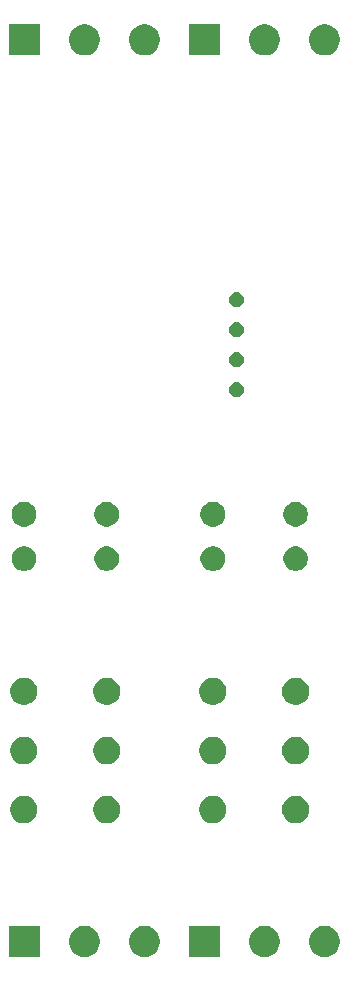
<source format=gbs>
%TF.GenerationSoftware,KiCad,Pcbnew,5.0.2*%
%TF.CreationDate,2020-05-26T14:16:45+02:00*%
%TF.ProjectId,cowdin-2-shutter,636f7764-696e-42d3-922d-736875747465,0.1*%
%TF.SameCoordinates,Original*%
%TF.FileFunction,Soldermask,Bot*%
%TF.FilePolarity,Negative*%
%FSLAX46Y46*%
G04 Gerber Fmt 4.6, Leading zero omitted, Abs format (unit mm)*
G04 Created by KiCad (PCBNEW 5.0.2) date mar. 26 mai 2020 14:16:45 CEST*
%MOMM*%
%LPD*%
G01*
G04 APERTURE LIST*
%ADD10C,0.100000*%
G04 APERTURE END LIST*
D10*
G36*
X152360000Y-144490000D02*
X149720000Y-144490000D01*
X149720000Y-141850000D01*
X152360000Y-141850000D01*
X152360000Y-144490000D01*
X152360000Y-144490000D01*
G37*
G36*
X146260023Y-141883818D02*
X146345031Y-141900727D01*
X146585255Y-142000231D01*
X146801451Y-142144689D01*
X146985311Y-142328549D01*
X147129769Y-142544745D01*
X147229273Y-142784970D01*
X147280000Y-143039991D01*
X147280000Y-143300009D01*
X147229273Y-143555030D01*
X147129769Y-143795255D01*
X146985311Y-144011451D01*
X146801451Y-144195311D01*
X146585255Y-144339769D01*
X146465142Y-144389521D01*
X146345031Y-144439273D01*
X146260023Y-144456182D01*
X146090009Y-144490000D01*
X145829991Y-144490000D01*
X145659977Y-144456182D01*
X145574969Y-144439273D01*
X145454858Y-144389521D01*
X145334745Y-144339769D01*
X145118549Y-144195311D01*
X144934689Y-144011451D01*
X144790231Y-143795255D01*
X144690727Y-143555030D01*
X144640000Y-143300009D01*
X144640000Y-143039991D01*
X144690727Y-142784970D01*
X144790231Y-142544745D01*
X144934689Y-142328549D01*
X145118549Y-142144689D01*
X145334745Y-142000231D01*
X145574969Y-141900727D01*
X145659977Y-141883818D01*
X145829991Y-141850000D01*
X146090009Y-141850000D01*
X146260023Y-141883818D01*
X146260023Y-141883818D01*
G37*
G36*
X141180023Y-141883818D02*
X141265031Y-141900727D01*
X141505255Y-142000231D01*
X141721451Y-142144689D01*
X141905311Y-142328549D01*
X142049769Y-142544745D01*
X142149273Y-142784970D01*
X142200000Y-143039991D01*
X142200000Y-143300009D01*
X142149273Y-143555030D01*
X142049769Y-143795255D01*
X141905311Y-144011451D01*
X141721451Y-144195311D01*
X141505255Y-144339769D01*
X141385142Y-144389521D01*
X141265031Y-144439273D01*
X141180023Y-144456182D01*
X141010009Y-144490000D01*
X140749991Y-144490000D01*
X140579977Y-144456182D01*
X140494969Y-144439273D01*
X140374858Y-144389521D01*
X140254745Y-144339769D01*
X140038549Y-144195311D01*
X139854689Y-144011451D01*
X139710231Y-143795255D01*
X139610727Y-143555030D01*
X139560000Y-143300009D01*
X139560000Y-143039991D01*
X139610727Y-142784970D01*
X139710231Y-142544745D01*
X139854689Y-142328549D01*
X140038549Y-142144689D01*
X140254745Y-142000231D01*
X140494969Y-141900727D01*
X140579977Y-141883818D01*
X140749991Y-141850000D01*
X141010009Y-141850000D01*
X141180023Y-141883818D01*
X141180023Y-141883818D01*
G37*
G36*
X137120000Y-144490000D02*
X134480000Y-144490000D01*
X134480000Y-141850000D01*
X137120000Y-141850000D01*
X137120000Y-144490000D01*
X137120000Y-144490000D01*
G37*
G36*
X161500023Y-141883818D02*
X161585031Y-141900727D01*
X161825255Y-142000231D01*
X162041451Y-142144689D01*
X162225311Y-142328549D01*
X162369769Y-142544745D01*
X162469273Y-142784970D01*
X162520000Y-143039991D01*
X162520000Y-143300009D01*
X162469273Y-143555030D01*
X162369769Y-143795255D01*
X162225311Y-144011451D01*
X162041451Y-144195311D01*
X161825255Y-144339769D01*
X161705142Y-144389521D01*
X161585031Y-144439273D01*
X161500023Y-144456182D01*
X161330009Y-144490000D01*
X161069991Y-144490000D01*
X160899977Y-144456182D01*
X160814969Y-144439273D01*
X160694858Y-144389521D01*
X160574745Y-144339769D01*
X160358549Y-144195311D01*
X160174689Y-144011451D01*
X160030231Y-143795255D01*
X159930727Y-143555030D01*
X159880000Y-143300009D01*
X159880000Y-143039991D01*
X159930727Y-142784970D01*
X160030231Y-142544745D01*
X160174689Y-142328549D01*
X160358549Y-142144689D01*
X160574745Y-142000231D01*
X160814969Y-141900727D01*
X160899977Y-141883818D01*
X161069991Y-141850000D01*
X161330009Y-141850000D01*
X161500023Y-141883818D01*
X161500023Y-141883818D01*
G37*
G36*
X156420023Y-141883818D02*
X156505031Y-141900727D01*
X156745255Y-142000231D01*
X156961451Y-142144689D01*
X157145311Y-142328549D01*
X157289769Y-142544745D01*
X157389273Y-142784970D01*
X157440000Y-143039991D01*
X157440000Y-143300009D01*
X157389273Y-143555030D01*
X157289769Y-143795255D01*
X157145311Y-144011451D01*
X156961451Y-144195311D01*
X156745255Y-144339769D01*
X156625142Y-144389521D01*
X156505031Y-144439273D01*
X156420023Y-144456182D01*
X156250009Y-144490000D01*
X155989991Y-144490000D01*
X155819977Y-144456182D01*
X155734969Y-144439273D01*
X155614858Y-144389521D01*
X155494745Y-144339769D01*
X155278549Y-144195311D01*
X155094689Y-144011451D01*
X154950231Y-143795255D01*
X154850727Y-143555030D01*
X154800000Y-143300009D01*
X154800000Y-143039991D01*
X154850727Y-142784970D01*
X154950231Y-142544745D01*
X155094689Y-142328549D01*
X155278549Y-142144689D01*
X155494745Y-142000231D01*
X155734969Y-141900727D01*
X155819977Y-141883818D01*
X155989991Y-141850000D01*
X156250009Y-141850000D01*
X156420023Y-141883818D01*
X156420023Y-141883818D01*
G37*
G36*
X136085443Y-130894194D02*
X136294729Y-130980884D01*
X136483082Y-131106737D01*
X136643263Y-131266918D01*
X136769116Y-131455271D01*
X136855806Y-131664557D01*
X136900000Y-131886735D01*
X136900000Y-132113265D01*
X136855806Y-132335443D01*
X136769116Y-132544729D01*
X136643263Y-132733082D01*
X136483082Y-132893263D01*
X136294729Y-133019116D01*
X136085443Y-133105806D01*
X135863265Y-133150000D01*
X135636735Y-133150000D01*
X135414557Y-133105806D01*
X135205271Y-133019116D01*
X135016918Y-132893263D01*
X134856737Y-132733082D01*
X134730884Y-132544729D01*
X134644194Y-132335443D01*
X134600000Y-132113265D01*
X134600000Y-131886735D01*
X134644194Y-131664557D01*
X134730884Y-131455271D01*
X134856737Y-131266918D01*
X135016918Y-131106737D01*
X135205271Y-130980884D01*
X135414557Y-130894194D01*
X135636735Y-130850000D01*
X135863265Y-130850000D01*
X136085443Y-130894194D01*
X136085443Y-130894194D01*
G37*
G36*
X159085443Y-130894194D02*
X159294729Y-130980884D01*
X159483082Y-131106737D01*
X159643263Y-131266918D01*
X159769116Y-131455271D01*
X159855806Y-131664557D01*
X159900000Y-131886735D01*
X159900000Y-132113265D01*
X159855806Y-132335443D01*
X159769116Y-132544729D01*
X159643263Y-132733082D01*
X159483082Y-132893263D01*
X159294729Y-133019116D01*
X159085443Y-133105806D01*
X158863265Y-133150000D01*
X158636735Y-133150000D01*
X158414557Y-133105806D01*
X158205271Y-133019116D01*
X158016918Y-132893263D01*
X157856737Y-132733082D01*
X157730884Y-132544729D01*
X157644194Y-132335443D01*
X157600000Y-132113265D01*
X157600000Y-131886735D01*
X157644194Y-131664557D01*
X157730884Y-131455271D01*
X157856737Y-131266918D01*
X158016918Y-131106737D01*
X158205271Y-130980884D01*
X158414557Y-130894194D01*
X158636735Y-130850000D01*
X158863265Y-130850000D01*
X159085443Y-130894194D01*
X159085443Y-130894194D01*
G37*
G36*
X152085443Y-130894194D02*
X152294729Y-130980884D01*
X152483082Y-131106737D01*
X152643263Y-131266918D01*
X152769116Y-131455271D01*
X152855806Y-131664557D01*
X152900000Y-131886735D01*
X152900000Y-132113265D01*
X152855806Y-132335443D01*
X152769116Y-132544729D01*
X152643263Y-132733082D01*
X152483082Y-132893263D01*
X152294729Y-133019116D01*
X152085443Y-133105806D01*
X151863265Y-133150000D01*
X151636735Y-133150000D01*
X151414557Y-133105806D01*
X151205271Y-133019116D01*
X151016918Y-132893263D01*
X150856737Y-132733082D01*
X150730884Y-132544729D01*
X150644194Y-132335443D01*
X150600000Y-132113265D01*
X150600000Y-131886735D01*
X150644194Y-131664557D01*
X150730884Y-131455271D01*
X150856737Y-131266918D01*
X151016918Y-131106737D01*
X151205271Y-130980884D01*
X151414557Y-130894194D01*
X151636735Y-130850000D01*
X151863265Y-130850000D01*
X152085443Y-130894194D01*
X152085443Y-130894194D01*
G37*
G36*
X143085443Y-130894194D02*
X143294729Y-130980884D01*
X143483082Y-131106737D01*
X143643263Y-131266918D01*
X143769116Y-131455271D01*
X143855806Y-131664557D01*
X143900000Y-131886735D01*
X143900000Y-132113265D01*
X143855806Y-132335443D01*
X143769116Y-132544729D01*
X143643263Y-132733082D01*
X143483082Y-132893263D01*
X143294729Y-133019116D01*
X143085443Y-133105806D01*
X142863265Y-133150000D01*
X142636735Y-133150000D01*
X142414557Y-133105806D01*
X142205271Y-133019116D01*
X142016918Y-132893263D01*
X141856737Y-132733082D01*
X141730884Y-132544729D01*
X141644194Y-132335443D01*
X141600000Y-132113265D01*
X141600000Y-131886735D01*
X141644194Y-131664557D01*
X141730884Y-131455271D01*
X141856737Y-131266918D01*
X142016918Y-131106737D01*
X142205271Y-130980884D01*
X142414557Y-130894194D01*
X142636735Y-130850000D01*
X142863265Y-130850000D01*
X143085443Y-130894194D01*
X143085443Y-130894194D01*
G37*
G36*
X159085443Y-125894194D02*
X159294729Y-125980884D01*
X159483082Y-126106737D01*
X159643263Y-126266918D01*
X159769116Y-126455271D01*
X159855806Y-126664557D01*
X159900000Y-126886735D01*
X159900000Y-127113265D01*
X159855806Y-127335443D01*
X159769116Y-127544729D01*
X159643263Y-127733082D01*
X159483082Y-127893263D01*
X159294729Y-128019116D01*
X159085443Y-128105806D01*
X158863265Y-128150000D01*
X158636735Y-128150000D01*
X158414557Y-128105806D01*
X158205271Y-128019116D01*
X158016918Y-127893263D01*
X157856737Y-127733082D01*
X157730884Y-127544729D01*
X157644194Y-127335443D01*
X157600000Y-127113265D01*
X157600000Y-126886735D01*
X157644194Y-126664557D01*
X157730884Y-126455271D01*
X157856737Y-126266918D01*
X158016918Y-126106737D01*
X158205271Y-125980884D01*
X158414557Y-125894194D01*
X158636735Y-125850000D01*
X158863265Y-125850000D01*
X159085443Y-125894194D01*
X159085443Y-125894194D01*
G37*
G36*
X136085443Y-125894194D02*
X136294729Y-125980884D01*
X136483082Y-126106737D01*
X136643263Y-126266918D01*
X136769116Y-126455271D01*
X136855806Y-126664557D01*
X136900000Y-126886735D01*
X136900000Y-127113265D01*
X136855806Y-127335443D01*
X136769116Y-127544729D01*
X136643263Y-127733082D01*
X136483082Y-127893263D01*
X136294729Y-128019116D01*
X136085443Y-128105806D01*
X135863265Y-128150000D01*
X135636735Y-128150000D01*
X135414557Y-128105806D01*
X135205271Y-128019116D01*
X135016918Y-127893263D01*
X134856737Y-127733082D01*
X134730884Y-127544729D01*
X134644194Y-127335443D01*
X134600000Y-127113265D01*
X134600000Y-126886735D01*
X134644194Y-126664557D01*
X134730884Y-126455271D01*
X134856737Y-126266918D01*
X135016918Y-126106737D01*
X135205271Y-125980884D01*
X135414557Y-125894194D01*
X135636735Y-125850000D01*
X135863265Y-125850000D01*
X136085443Y-125894194D01*
X136085443Y-125894194D01*
G37*
G36*
X143085443Y-125894194D02*
X143294729Y-125980884D01*
X143483082Y-126106737D01*
X143643263Y-126266918D01*
X143769116Y-126455271D01*
X143855806Y-126664557D01*
X143900000Y-126886735D01*
X143900000Y-127113265D01*
X143855806Y-127335443D01*
X143769116Y-127544729D01*
X143643263Y-127733082D01*
X143483082Y-127893263D01*
X143294729Y-128019116D01*
X143085443Y-128105806D01*
X142863265Y-128150000D01*
X142636735Y-128150000D01*
X142414557Y-128105806D01*
X142205271Y-128019116D01*
X142016918Y-127893263D01*
X141856737Y-127733082D01*
X141730884Y-127544729D01*
X141644194Y-127335443D01*
X141600000Y-127113265D01*
X141600000Y-126886735D01*
X141644194Y-126664557D01*
X141730884Y-126455271D01*
X141856737Y-126266918D01*
X142016918Y-126106737D01*
X142205271Y-125980884D01*
X142414557Y-125894194D01*
X142636735Y-125850000D01*
X142863265Y-125850000D01*
X143085443Y-125894194D01*
X143085443Y-125894194D01*
G37*
G36*
X152085443Y-125894194D02*
X152294729Y-125980884D01*
X152483082Y-126106737D01*
X152643263Y-126266918D01*
X152769116Y-126455271D01*
X152855806Y-126664557D01*
X152900000Y-126886735D01*
X152900000Y-127113265D01*
X152855806Y-127335443D01*
X152769116Y-127544729D01*
X152643263Y-127733082D01*
X152483082Y-127893263D01*
X152294729Y-128019116D01*
X152085443Y-128105806D01*
X151863265Y-128150000D01*
X151636735Y-128150000D01*
X151414557Y-128105806D01*
X151205271Y-128019116D01*
X151016918Y-127893263D01*
X150856737Y-127733082D01*
X150730884Y-127544729D01*
X150644194Y-127335443D01*
X150600000Y-127113265D01*
X150600000Y-126886735D01*
X150644194Y-126664557D01*
X150730884Y-126455271D01*
X150856737Y-126266918D01*
X151016918Y-126106737D01*
X151205271Y-125980884D01*
X151414557Y-125894194D01*
X151636735Y-125850000D01*
X151863265Y-125850000D01*
X152085443Y-125894194D01*
X152085443Y-125894194D01*
G37*
G36*
X152085443Y-120894194D02*
X152294729Y-120980884D01*
X152483082Y-121106737D01*
X152643263Y-121266918D01*
X152769116Y-121455271D01*
X152855806Y-121664557D01*
X152900000Y-121886735D01*
X152900000Y-122113265D01*
X152855806Y-122335443D01*
X152769116Y-122544729D01*
X152643263Y-122733082D01*
X152483082Y-122893263D01*
X152294729Y-123019116D01*
X152085443Y-123105806D01*
X151863265Y-123150000D01*
X151636735Y-123150000D01*
X151414557Y-123105806D01*
X151205271Y-123019116D01*
X151016918Y-122893263D01*
X150856737Y-122733082D01*
X150730884Y-122544729D01*
X150644194Y-122335443D01*
X150600000Y-122113265D01*
X150600000Y-121886735D01*
X150644194Y-121664557D01*
X150730884Y-121455271D01*
X150856737Y-121266918D01*
X151016918Y-121106737D01*
X151205271Y-120980884D01*
X151414557Y-120894194D01*
X151636735Y-120850000D01*
X151863265Y-120850000D01*
X152085443Y-120894194D01*
X152085443Y-120894194D01*
G37*
G36*
X136085443Y-120894194D02*
X136294729Y-120980884D01*
X136483082Y-121106737D01*
X136643263Y-121266918D01*
X136769116Y-121455271D01*
X136855806Y-121664557D01*
X136900000Y-121886735D01*
X136900000Y-122113265D01*
X136855806Y-122335443D01*
X136769116Y-122544729D01*
X136643263Y-122733082D01*
X136483082Y-122893263D01*
X136294729Y-123019116D01*
X136085443Y-123105806D01*
X135863265Y-123150000D01*
X135636735Y-123150000D01*
X135414557Y-123105806D01*
X135205271Y-123019116D01*
X135016918Y-122893263D01*
X134856737Y-122733082D01*
X134730884Y-122544729D01*
X134644194Y-122335443D01*
X134600000Y-122113265D01*
X134600000Y-121886735D01*
X134644194Y-121664557D01*
X134730884Y-121455271D01*
X134856737Y-121266918D01*
X135016918Y-121106737D01*
X135205271Y-120980884D01*
X135414557Y-120894194D01*
X135636735Y-120850000D01*
X135863265Y-120850000D01*
X136085443Y-120894194D01*
X136085443Y-120894194D01*
G37*
G36*
X143085443Y-120894194D02*
X143294729Y-120980884D01*
X143483082Y-121106737D01*
X143643263Y-121266918D01*
X143769116Y-121455271D01*
X143855806Y-121664557D01*
X143900000Y-121886735D01*
X143900000Y-122113265D01*
X143855806Y-122335443D01*
X143769116Y-122544729D01*
X143643263Y-122733082D01*
X143483082Y-122893263D01*
X143294729Y-123019116D01*
X143085443Y-123105806D01*
X142863265Y-123150000D01*
X142636735Y-123150000D01*
X142414557Y-123105806D01*
X142205271Y-123019116D01*
X142016918Y-122893263D01*
X141856737Y-122733082D01*
X141730884Y-122544729D01*
X141644194Y-122335443D01*
X141600000Y-122113265D01*
X141600000Y-121886735D01*
X141644194Y-121664557D01*
X141730884Y-121455271D01*
X141856737Y-121266918D01*
X142016918Y-121106737D01*
X142205271Y-120980884D01*
X142414557Y-120894194D01*
X142636735Y-120850000D01*
X142863265Y-120850000D01*
X143085443Y-120894194D01*
X143085443Y-120894194D01*
G37*
G36*
X159085443Y-120894194D02*
X159294729Y-120980884D01*
X159483082Y-121106737D01*
X159643263Y-121266918D01*
X159769116Y-121455271D01*
X159855806Y-121664557D01*
X159900000Y-121886735D01*
X159900000Y-122113265D01*
X159855806Y-122335443D01*
X159769116Y-122544729D01*
X159643263Y-122733082D01*
X159483082Y-122893263D01*
X159294729Y-123019116D01*
X159085443Y-123105806D01*
X158863265Y-123150000D01*
X158636735Y-123150000D01*
X158414557Y-123105806D01*
X158205271Y-123019116D01*
X158016918Y-122893263D01*
X157856737Y-122733082D01*
X157730884Y-122544729D01*
X157644194Y-122335443D01*
X157600000Y-122113265D01*
X157600000Y-121886735D01*
X157644194Y-121664557D01*
X157730884Y-121455271D01*
X157856737Y-121266918D01*
X158016918Y-121106737D01*
X158205271Y-120980884D01*
X158414557Y-120894194D01*
X158636735Y-120850000D01*
X158863265Y-120850000D01*
X159085443Y-120894194D01*
X159085443Y-120894194D01*
G37*
G36*
X159056274Y-109740350D02*
X159247362Y-109819502D01*
X159419336Y-109934411D01*
X159565589Y-110080664D01*
X159680498Y-110252638D01*
X159759650Y-110443726D01*
X159800000Y-110646584D01*
X159800000Y-110853416D01*
X159759650Y-111056274D01*
X159680498Y-111247362D01*
X159565589Y-111419336D01*
X159419336Y-111565589D01*
X159247362Y-111680498D01*
X159056274Y-111759650D01*
X158853416Y-111800000D01*
X158646584Y-111800000D01*
X158443726Y-111759650D01*
X158252638Y-111680498D01*
X158080664Y-111565589D01*
X157934411Y-111419336D01*
X157819502Y-111247362D01*
X157740350Y-111056274D01*
X157700000Y-110853416D01*
X157700000Y-110646584D01*
X157740350Y-110443726D01*
X157819502Y-110252638D01*
X157934411Y-110080664D01*
X158080664Y-109934411D01*
X158252638Y-109819502D01*
X158443726Y-109740350D01*
X158646584Y-109700000D01*
X158853416Y-109700000D01*
X159056274Y-109740350D01*
X159056274Y-109740350D01*
G37*
G36*
X152056274Y-109740350D02*
X152247362Y-109819502D01*
X152419336Y-109934411D01*
X152565589Y-110080664D01*
X152680498Y-110252638D01*
X152759650Y-110443726D01*
X152800000Y-110646584D01*
X152800000Y-110853416D01*
X152759650Y-111056274D01*
X152680498Y-111247362D01*
X152565589Y-111419336D01*
X152419336Y-111565589D01*
X152247362Y-111680498D01*
X152056274Y-111759650D01*
X151853416Y-111800000D01*
X151646584Y-111800000D01*
X151443726Y-111759650D01*
X151252638Y-111680498D01*
X151080664Y-111565589D01*
X150934411Y-111419336D01*
X150819502Y-111247362D01*
X150740350Y-111056274D01*
X150700000Y-110853416D01*
X150700000Y-110646584D01*
X150740350Y-110443726D01*
X150819502Y-110252638D01*
X150934411Y-110080664D01*
X151080664Y-109934411D01*
X151252638Y-109819502D01*
X151443726Y-109740350D01*
X151646584Y-109700000D01*
X151853416Y-109700000D01*
X152056274Y-109740350D01*
X152056274Y-109740350D01*
G37*
G36*
X143056274Y-109740350D02*
X143247362Y-109819502D01*
X143419336Y-109934411D01*
X143565589Y-110080664D01*
X143680498Y-110252638D01*
X143759650Y-110443726D01*
X143800000Y-110646584D01*
X143800000Y-110853416D01*
X143759650Y-111056274D01*
X143680498Y-111247362D01*
X143565589Y-111419336D01*
X143419336Y-111565589D01*
X143247362Y-111680498D01*
X143056274Y-111759650D01*
X142853416Y-111800000D01*
X142646584Y-111800000D01*
X142443726Y-111759650D01*
X142252638Y-111680498D01*
X142080664Y-111565589D01*
X141934411Y-111419336D01*
X141819502Y-111247362D01*
X141740350Y-111056274D01*
X141700000Y-110853416D01*
X141700000Y-110646584D01*
X141740350Y-110443726D01*
X141819502Y-110252638D01*
X141934411Y-110080664D01*
X142080664Y-109934411D01*
X142252638Y-109819502D01*
X142443726Y-109740350D01*
X142646584Y-109700000D01*
X142853416Y-109700000D01*
X143056274Y-109740350D01*
X143056274Y-109740350D01*
G37*
G36*
X136056274Y-109740350D02*
X136247362Y-109819502D01*
X136419336Y-109934411D01*
X136565589Y-110080664D01*
X136680498Y-110252638D01*
X136759650Y-110443726D01*
X136800000Y-110646584D01*
X136800000Y-110853416D01*
X136759650Y-111056274D01*
X136680498Y-111247362D01*
X136565589Y-111419336D01*
X136419336Y-111565589D01*
X136247362Y-111680498D01*
X136056274Y-111759650D01*
X135853416Y-111800000D01*
X135646584Y-111800000D01*
X135443726Y-111759650D01*
X135252638Y-111680498D01*
X135080664Y-111565589D01*
X134934411Y-111419336D01*
X134819502Y-111247362D01*
X134740350Y-111056274D01*
X134700000Y-110853416D01*
X134700000Y-110646584D01*
X134740350Y-110443726D01*
X134819502Y-110252638D01*
X134934411Y-110080664D01*
X135080664Y-109934411D01*
X135252638Y-109819502D01*
X135443726Y-109740350D01*
X135646584Y-109700000D01*
X135853416Y-109700000D01*
X136056274Y-109740350D01*
X136056274Y-109740350D01*
G37*
G36*
X143056274Y-105990350D02*
X143247362Y-106069502D01*
X143419336Y-106184411D01*
X143565589Y-106330664D01*
X143680498Y-106502638D01*
X143759650Y-106693726D01*
X143800000Y-106896584D01*
X143800000Y-107103416D01*
X143759650Y-107306274D01*
X143680498Y-107497362D01*
X143565589Y-107669336D01*
X143419336Y-107815589D01*
X143247362Y-107930498D01*
X143056274Y-108009650D01*
X142853416Y-108050000D01*
X142646584Y-108050000D01*
X142443726Y-108009650D01*
X142252638Y-107930498D01*
X142080664Y-107815589D01*
X141934411Y-107669336D01*
X141819502Y-107497362D01*
X141740350Y-107306274D01*
X141700000Y-107103416D01*
X141700000Y-106896584D01*
X141740350Y-106693726D01*
X141819502Y-106502638D01*
X141934411Y-106330664D01*
X142080664Y-106184411D01*
X142252638Y-106069502D01*
X142443726Y-105990350D01*
X142646584Y-105950000D01*
X142853416Y-105950000D01*
X143056274Y-105990350D01*
X143056274Y-105990350D01*
G37*
G36*
X136056274Y-105990350D02*
X136247362Y-106069502D01*
X136419336Y-106184411D01*
X136565589Y-106330664D01*
X136680498Y-106502638D01*
X136759650Y-106693726D01*
X136800000Y-106896584D01*
X136800000Y-107103416D01*
X136759650Y-107306274D01*
X136680498Y-107497362D01*
X136565589Y-107669336D01*
X136419336Y-107815589D01*
X136247362Y-107930498D01*
X136056274Y-108009650D01*
X135853416Y-108050000D01*
X135646584Y-108050000D01*
X135443726Y-108009650D01*
X135252638Y-107930498D01*
X135080664Y-107815589D01*
X134934411Y-107669336D01*
X134819502Y-107497362D01*
X134740350Y-107306274D01*
X134700000Y-107103416D01*
X134700000Y-106896584D01*
X134740350Y-106693726D01*
X134819502Y-106502638D01*
X134934411Y-106330664D01*
X135080664Y-106184411D01*
X135252638Y-106069502D01*
X135443726Y-105990350D01*
X135646584Y-105950000D01*
X135853416Y-105950000D01*
X136056274Y-105990350D01*
X136056274Y-105990350D01*
G37*
G36*
X159056274Y-105990350D02*
X159247362Y-106069502D01*
X159419336Y-106184411D01*
X159565589Y-106330664D01*
X159680498Y-106502638D01*
X159759650Y-106693726D01*
X159800000Y-106896584D01*
X159800000Y-107103416D01*
X159759650Y-107306274D01*
X159680498Y-107497362D01*
X159565589Y-107669336D01*
X159419336Y-107815589D01*
X159247362Y-107930498D01*
X159056274Y-108009650D01*
X158853416Y-108050000D01*
X158646584Y-108050000D01*
X158443726Y-108009650D01*
X158252638Y-107930498D01*
X158080664Y-107815589D01*
X157934411Y-107669336D01*
X157819502Y-107497362D01*
X157740350Y-107306274D01*
X157700000Y-107103416D01*
X157700000Y-106896584D01*
X157740350Y-106693726D01*
X157819502Y-106502638D01*
X157934411Y-106330664D01*
X158080664Y-106184411D01*
X158252638Y-106069502D01*
X158443726Y-105990350D01*
X158646584Y-105950000D01*
X158853416Y-105950000D01*
X159056274Y-105990350D01*
X159056274Y-105990350D01*
G37*
G36*
X152056274Y-105990350D02*
X152247362Y-106069502D01*
X152419336Y-106184411D01*
X152565589Y-106330664D01*
X152680498Y-106502638D01*
X152759650Y-106693726D01*
X152800000Y-106896584D01*
X152800000Y-107103416D01*
X152759650Y-107306274D01*
X152680498Y-107497362D01*
X152565589Y-107669336D01*
X152419336Y-107815589D01*
X152247362Y-107930498D01*
X152056274Y-108009650D01*
X151853416Y-108050000D01*
X151646584Y-108050000D01*
X151443726Y-108009650D01*
X151252638Y-107930498D01*
X151080664Y-107815589D01*
X150934411Y-107669336D01*
X150819502Y-107497362D01*
X150740350Y-107306274D01*
X150700000Y-107103416D01*
X150700000Y-106896584D01*
X150740350Y-106693726D01*
X150819502Y-106502638D01*
X150934411Y-106330664D01*
X151080664Y-106184411D01*
X151252638Y-106069502D01*
X151443726Y-105990350D01*
X151646584Y-105950000D01*
X151853416Y-105950000D01*
X152056274Y-105990350D01*
X152056274Y-105990350D01*
G37*
G36*
X153939435Y-95815518D02*
X154057625Y-95864474D01*
X154163994Y-95935547D01*
X154254453Y-96026006D01*
X154325526Y-96132375D01*
X154374482Y-96250565D01*
X154399440Y-96376036D01*
X154399440Y-96503964D01*
X154374482Y-96629435D01*
X154325526Y-96747625D01*
X154254453Y-96853994D01*
X154163994Y-96944453D01*
X154057625Y-97015526D01*
X153939435Y-97064482D01*
X153813964Y-97089440D01*
X153686036Y-97089440D01*
X153560565Y-97064482D01*
X153442375Y-97015526D01*
X153336006Y-96944453D01*
X153245547Y-96853994D01*
X153174474Y-96747625D01*
X153125518Y-96629435D01*
X153100560Y-96503964D01*
X153100560Y-96376036D01*
X153125518Y-96250565D01*
X153174474Y-96132375D01*
X153245547Y-96026006D01*
X153336006Y-95935547D01*
X153442375Y-95864474D01*
X153560565Y-95815518D01*
X153686036Y-95790560D01*
X153813964Y-95790560D01*
X153939435Y-95815518D01*
X153939435Y-95815518D01*
G37*
G36*
X153939435Y-93275518D02*
X154057625Y-93324474D01*
X154163994Y-93395547D01*
X154254453Y-93486006D01*
X154325526Y-93592375D01*
X154374482Y-93710565D01*
X154399440Y-93836036D01*
X154399440Y-93963964D01*
X154374482Y-94089435D01*
X154325526Y-94207625D01*
X154254453Y-94313994D01*
X154163994Y-94404453D01*
X154057625Y-94475526D01*
X153939435Y-94524482D01*
X153813964Y-94549440D01*
X153686036Y-94549440D01*
X153560565Y-94524482D01*
X153442375Y-94475526D01*
X153336006Y-94404453D01*
X153245547Y-94313994D01*
X153174474Y-94207625D01*
X153125518Y-94089435D01*
X153100560Y-93963964D01*
X153100560Y-93836036D01*
X153125518Y-93710565D01*
X153174474Y-93592375D01*
X153245547Y-93486006D01*
X153336006Y-93395547D01*
X153442375Y-93324474D01*
X153560565Y-93275518D01*
X153686036Y-93250560D01*
X153813964Y-93250560D01*
X153939435Y-93275518D01*
X153939435Y-93275518D01*
G37*
G36*
X153939435Y-90735518D02*
X154057625Y-90784474D01*
X154163994Y-90855547D01*
X154254453Y-90946006D01*
X154325526Y-91052375D01*
X154374482Y-91170565D01*
X154399440Y-91296036D01*
X154399440Y-91423964D01*
X154374482Y-91549435D01*
X154325526Y-91667625D01*
X154254453Y-91773994D01*
X154163994Y-91864453D01*
X154057625Y-91935526D01*
X153939435Y-91984482D01*
X153813964Y-92009440D01*
X153686036Y-92009440D01*
X153560565Y-91984482D01*
X153442375Y-91935526D01*
X153336006Y-91864453D01*
X153245547Y-91773994D01*
X153174474Y-91667625D01*
X153125518Y-91549435D01*
X153100560Y-91423964D01*
X153100560Y-91296036D01*
X153125518Y-91170565D01*
X153174474Y-91052375D01*
X153245547Y-90946006D01*
X153336006Y-90855547D01*
X153442375Y-90784474D01*
X153560565Y-90735518D01*
X153686036Y-90710560D01*
X153813964Y-90710560D01*
X153939435Y-90735518D01*
X153939435Y-90735518D01*
G37*
G36*
X153939435Y-88195518D02*
X154057625Y-88244474D01*
X154163994Y-88315547D01*
X154254453Y-88406006D01*
X154325526Y-88512375D01*
X154374482Y-88630565D01*
X154399440Y-88756036D01*
X154399440Y-88883964D01*
X154374482Y-89009435D01*
X154325526Y-89127625D01*
X154254453Y-89233994D01*
X154163994Y-89324453D01*
X154057625Y-89395526D01*
X153939435Y-89444482D01*
X153813964Y-89469440D01*
X153686036Y-89469440D01*
X153560565Y-89444482D01*
X153442375Y-89395526D01*
X153336006Y-89324453D01*
X153245547Y-89233994D01*
X153174474Y-89127625D01*
X153125518Y-89009435D01*
X153100560Y-88883964D01*
X153100560Y-88756036D01*
X153125518Y-88630565D01*
X153174474Y-88512375D01*
X153245547Y-88406006D01*
X153336006Y-88315547D01*
X153442375Y-88244474D01*
X153560565Y-88195518D01*
X153686036Y-88170560D01*
X153813964Y-88170560D01*
X153939435Y-88195518D01*
X153939435Y-88195518D01*
G37*
G36*
X152360000Y-68150000D02*
X149720000Y-68150000D01*
X149720000Y-65510000D01*
X152360000Y-65510000D01*
X152360000Y-68150000D01*
X152360000Y-68150000D01*
G37*
G36*
X161500023Y-65543818D02*
X161585031Y-65560727D01*
X161825255Y-65660231D01*
X162041451Y-65804689D01*
X162225311Y-65988549D01*
X162369769Y-66204745D01*
X162469273Y-66444970D01*
X162520000Y-66699991D01*
X162520000Y-66960009D01*
X162469273Y-67215030D01*
X162369769Y-67455255D01*
X162225311Y-67671451D01*
X162041451Y-67855311D01*
X161825255Y-67999769D01*
X161585031Y-68099273D01*
X161500023Y-68116182D01*
X161330009Y-68150000D01*
X161069991Y-68150000D01*
X160899977Y-68116182D01*
X160814969Y-68099273D01*
X160694858Y-68049521D01*
X160574745Y-67999769D01*
X160358549Y-67855311D01*
X160174689Y-67671451D01*
X160030231Y-67455255D01*
X159930727Y-67215030D01*
X159880000Y-66960009D01*
X159880000Y-66699991D01*
X159930727Y-66444970D01*
X160030231Y-66204745D01*
X160174689Y-65988549D01*
X160358549Y-65804689D01*
X160574745Y-65660231D01*
X160814969Y-65560727D01*
X160899977Y-65543818D01*
X161069991Y-65510000D01*
X161330009Y-65510000D01*
X161500023Y-65543818D01*
X161500023Y-65543818D01*
G37*
G36*
X156420023Y-65543818D02*
X156505031Y-65560727D01*
X156745255Y-65660231D01*
X156961451Y-65804689D01*
X157145311Y-65988549D01*
X157289769Y-66204745D01*
X157389273Y-66444970D01*
X157440000Y-66699991D01*
X157440000Y-66960009D01*
X157389273Y-67215030D01*
X157289769Y-67455255D01*
X157145311Y-67671451D01*
X156961451Y-67855311D01*
X156745255Y-67999769D01*
X156505031Y-68099273D01*
X156420023Y-68116182D01*
X156250009Y-68150000D01*
X155989991Y-68150000D01*
X155819977Y-68116182D01*
X155734969Y-68099273D01*
X155614858Y-68049521D01*
X155494745Y-67999769D01*
X155278549Y-67855311D01*
X155094689Y-67671451D01*
X154950231Y-67455255D01*
X154850727Y-67215030D01*
X154800000Y-66960009D01*
X154800000Y-66699991D01*
X154850727Y-66444970D01*
X154950231Y-66204745D01*
X155094689Y-65988549D01*
X155278549Y-65804689D01*
X155494745Y-65660231D01*
X155734969Y-65560727D01*
X155819977Y-65543818D01*
X155989991Y-65510000D01*
X156250009Y-65510000D01*
X156420023Y-65543818D01*
X156420023Y-65543818D01*
G37*
G36*
X137120000Y-68150000D02*
X134480000Y-68150000D01*
X134480000Y-65510000D01*
X137120000Y-65510000D01*
X137120000Y-68150000D01*
X137120000Y-68150000D01*
G37*
G36*
X146260023Y-65543818D02*
X146345031Y-65560727D01*
X146585255Y-65660231D01*
X146801451Y-65804689D01*
X146985311Y-65988549D01*
X147129769Y-66204745D01*
X147229273Y-66444970D01*
X147280000Y-66699991D01*
X147280000Y-66960009D01*
X147229273Y-67215030D01*
X147129769Y-67455255D01*
X146985311Y-67671451D01*
X146801451Y-67855311D01*
X146585255Y-67999769D01*
X146345031Y-68099273D01*
X146260023Y-68116182D01*
X146090009Y-68150000D01*
X145829991Y-68150000D01*
X145659977Y-68116182D01*
X145574969Y-68099273D01*
X145454858Y-68049521D01*
X145334745Y-67999769D01*
X145118549Y-67855311D01*
X144934689Y-67671451D01*
X144790231Y-67455255D01*
X144690727Y-67215030D01*
X144640000Y-66960009D01*
X144640000Y-66699991D01*
X144690727Y-66444970D01*
X144790231Y-66204745D01*
X144934689Y-65988549D01*
X145118549Y-65804689D01*
X145334745Y-65660231D01*
X145574969Y-65560727D01*
X145659977Y-65543818D01*
X145829991Y-65510000D01*
X146090009Y-65510000D01*
X146260023Y-65543818D01*
X146260023Y-65543818D01*
G37*
G36*
X141180023Y-65543818D02*
X141265031Y-65560727D01*
X141505255Y-65660231D01*
X141721451Y-65804689D01*
X141905311Y-65988549D01*
X142049769Y-66204745D01*
X142149273Y-66444970D01*
X142200000Y-66699991D01*
X142200000Y-66960009D01*
X142149273Y-67215030D01*
X142049769Y-67455255D01*
X141905311Y-67671451D01*
X141721451Y-67855311D01*
X141505255Y-67999769D01*
X141265031Y-68099273D01*
X141180023Y-68116182D01*
X141010009Y-68150000D01*
X140749991Y-68150000D01*
X140579977Y-68116182D01*
X140494969Y-68099273D01*
X140374858Y-68049521D01*
X140254745Y-67999769D01*
X140038549Y-67855311D01*
X139854689Y-67671451D01*
X139710231Y-67455255D01*
X139610727Y-67215030D01*
X139560000Y-66960009D01*
X139560000Y-66699991D01*
X139610727Y-66444970D01*
X139710231Y-66204745D01*
X139854689Y-65988549D01*
X140038549Y-65804689D01*
X140254745Y-65660231D01*
X140494969Y-65560727D01*
X140579977Y-65543818D01*
X140749991Y-65510000D01*
X141010009Y-65510000D01*
X141180023Y-65543818D01*
X141180023Y-65543818D01*
G37*
M02*

</source>
